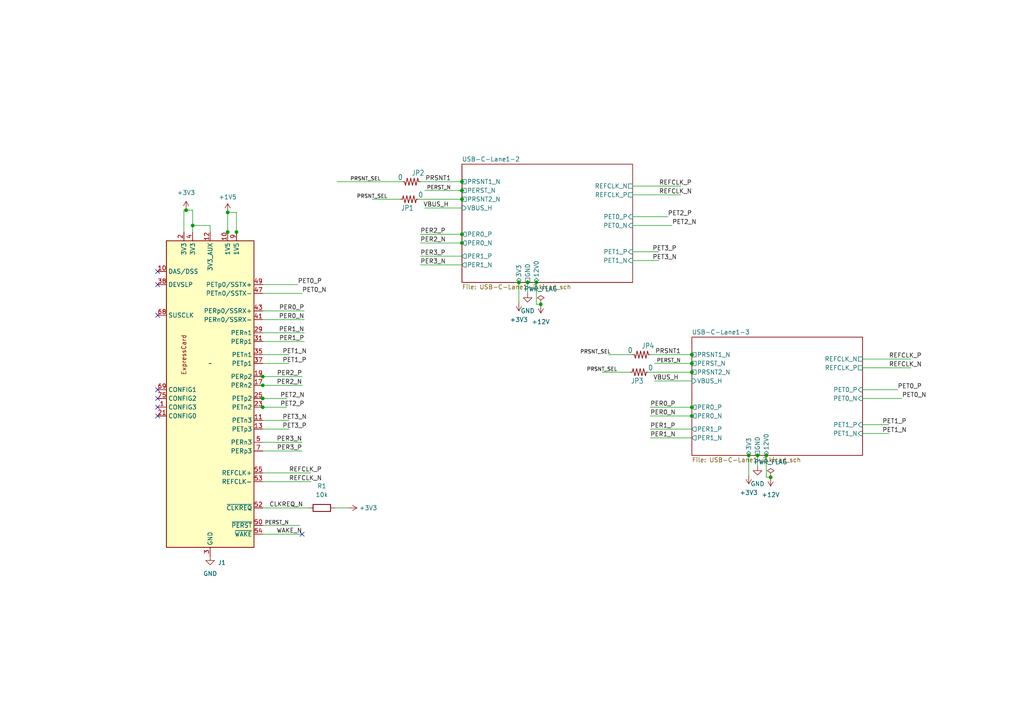
<source format=kicad_sch>
(kicad_sch (version 20230121) (generator eeschema)
  (paper "A4")
  (lib_symbols
    (symbol "Connector:M.2-key-M"
      (property "Reference" "J5" (at 2.1941 -57.785 0))
      (property "Value" "~" (at 0 0 0))
      (symbol "M.2-key-M_0_0"
        (text "ExpressCard" (at -7.62 2.54 900) (effects (font (size 1.27 1.27))))
      )
      (symbol "M.2-key-M_0_1"
        (rectangle (start -12.7 35.56) (end 12.7 -53.34) (stroke (width 0.254)) (fill (type background)))
      )
      (symbol "M.2-key-M_1_1"
        (pin input line (at -15.24 -12.7 0) (length 2.54) (name "CONFIG3") (number "1"))
        (pin power_out line (at 5.08 38.1 270) (length 2.54) (name "1V5") (number "10"))
        (pin output line (at -15.24 26.67 0) (length 2.54) (name "DAS/DSS") (number "10"))
        (pin output line (at 15.24 -16.51 180) (length 2.54) (name "PETn3") (number "11"))
        (pin power_out line (at -5.08 38.1 270) (length 2.54) hide (name "3V3") (number "12"))
        (pin power_out line (at 0 38.1 270) (length 2.54) (name "3V3_AUX") (number "12"))
        (pin input line (at 15.24 -19.05 180) (length 2.54) (name "PETp3") (number "13"))
        (pin power_out line (at -5.08 38.1 270) (length 2.54) hide (name "3V3") (number "14"))
        (pin passive line (at 0 -55.88 90) (length 2.54) hide (name "GND") (number "15"))
        (pin power_out line (at -5.08 38.1 270) (length 2.54) hide (name "3V3") (number "16"))
        (pin input line (at 15.24 -6.35 180) (length 2.54) (name "PERn2") (number "17"))
        (pin power_out line (at -5.08 38.1 270) (length 2.54) hide (name "3V3") (number "18"))
        (pin input line (at 15.24 -3.81 180) (length 2.54) (name "PERp2") (number "19"))
        (pin power_out line (at -7.62 38.1 270) (length 2.54) (name "3V3") (number "2"))
        (pin output line (at -15.24 -15.24 0) (length 2.54) (name "CONFIG0") (number "21"))
        (pin output line (at 15.24 -12.7 180) (length 2.54) (name "PETn2") (number "23"))
        (pin output line (at 15.24 -10.16 180) (length 2.54) (name "PETp2") (number "25"))
        (pin passive line (at 0 -55.88 90) (length 2.54) hide (name "GND") (number "27"))
        (pin input line (at 15.24 8.89 180) (length 2.54) (name "PERn1") (number "29"))
        (pin power_out line (at 0 -55.88 90) (length 2.54) (name "GND") (number "3"))
        (pin input line (at 15.24 6.35 180) (length 2.54) (name "PERp1") (number "31"))
        (pin passive line (at 0 -55.88 90) (length 2.54) hide (name "GND") (number "33"))
        (pin output line (at 15.24 2.54 180) (length 2.54) (name "PETn1") (number "35"))
        (pin output line (at 15.24 0 180) (length 2.54) (name "PETp1") (number "37"))
        (pin input line (at -15.24 22.86 0) (length 2.54) (name "DEVSLP") (number "38"))
        (pin passive line (at 0 -55.88 90) (length 2.54) hide (name "GND") (number "39"))
        (pin power_out line (at -5.08 38.1 270) (length 2.54) (name "3V3") (number "4"))
        (pin input line (at 15.24 12.7 180) (length 2.54) (name "PERn0/SSRX-") (number "41"))
        (pin input line (at 15.24 15.24 180) (length 2.54) (name "PERp0/SSRX+") (number "43"))
        (pin passive line (at 0 -55.88 90) (length 2.54) hide (name "GND") (number "45"))
        (pin output line (at 15.24 20.32 180) (length 2.54) (name "PETn0/SSTX-") (number "47"))
        (pin output line (at 15.24 22.86 180) (length 2.54) (name "PETp0/SSTX+") (number "49"))
        (pin input line (at 15.24 -22.86 180) (length 2.54) (name "PERn3") (number "5"))
        (pin output line (at 15.24 -46.99 180) (length 2.54) (name "~{PERST}") (number "50"))
        (pin input line (at 15.24 -41.91 180) (length 2.54) (name "~{CLKREQ}") (number "52"))
        (pin output line (at 15.24 -34.29 180) (length 2.54) (name "REFCLK-") (number "53"))
        (pin input line (at 15.24 -49.53 180) (length 2.54) (name "~{WAKE}") (number "54"))
        (pin output line (at 15.24 -31.75 180) (length 2.54) (name "REFCLK+") (number "55"))
        (pin passive line (at 0 -55.88 90) (length 2.54) hide (name "GND") (number "57"))
        (pin input line (at -15.24 13.97 0) (length 2.54) (name "SUSCLK") (number "68"))
        (pin output line (at -15.24 -7.62 0) (length 2.54) (name "CONFIG1") (number "69"))
        (pin input line (at 15.24 -25.4 180) (length 2.54) (name "PERp3") (number "7"))
        (pin output line (at -15.24 -10.16 0) (length 2.54) (name "CONFIG2") (number "75"))
        (pin power_out line (at 7.62 38.1 270) (length 2.54) (name "1V5") (number "9"))
        (pin passive line (at 0 -55.88 90) (length 2.54) hide (name "GND") (number "9"))
      )
    )
    (symbol "Device:R" (pin_numbers hide) (pin_names (offset 0))
      (property "Reference" "R" (at 2.032 0 90))
      (property "Value" "R" (at 0 0 90))
      (symbol "R_0_1"
        (rectangle (start -1.016 -2.54) (end 1.016 2.54) (stroke (width 0.254)))
      )
      (symbol "R_1_1"
        (pin passive line (at 0 3.81 270) (length 1.27) (name "~") (number "1"))
        (pin passive line (at 0 -3.81 90) (length 1.27) (name "~") (number "2"))
      )
    )
    (symbol "pcie2usbc-eagle-import:R-US_R0603"
      (property "Reference" "R" (at 2.54 1.27 0))
      (symbol "R-US_R0603_1_0"
        (polyline (pts (xy -1.016 -1.778) (xy 0 -2.032)) (stroke (width 0.2032)))
        (polyline (pts (xy -1.016 -0.762) (xy 1.016 -0.254)) (stroke (width 0.2032)))
        (polyline (pts (xy -1.016 0.254) (xy 1.016 0.762)) (stroke (width 0.2032)))
        (polyline (pts (xy -1.016 1.27) (xy 1.016 1.778)) (stroke (width 0.2032)))
        (polyline (pts (xy 0 -2.032) (xy 0 -2.54)) (stroke (width 0.2032)))
        (polyline (pts (xy 0 2.032) (xy 0 2.54)) (stroke (width 0.2032)))
        (polyline (pts (xy 1.016 -1.27) (xy -1.016 -1.778)) (stroke (width 0.2032)))
        (polyline (pts (xy 1.016 -1.27) (xy -1.016 -0.762)) (stroke (width 0.2032)))
        (polyline (pts (xy 1.016 -0.254) (xy -1.016 0.254)) (stroke (width 0.2032)))
        (polyline (pts (xy 1.016 0.762) (xy -1.016 1.27)) (stroke (width 0.2032)))
        (polyline (pts (xy 1.016 1.778) (xy 0 2.032)) (stroke (width 0.2032)))
        (pin passive line (at 0 -2.54 90) (length 0) (name "1") (number "1"))
        (pin passive line (at 0 2.54 270) (length 0) (name "2") (number "2"))
      )
    )
    (symbol "power:+12V" (power) (pin_names (offset 0))
      (property "Value" "+12V" (at 0 3.556 0))
      (symbol "+12V_0_1"
        (polyline (pts (xy -0.762 1.27) (xy 0 2.54)))
        (polyline (pts (xy 0 0) (xy 0 2.54)))
        (polyline (pts (xy 0 2.54) (xy 0.762 1.27)))
      )
      (symbol "+12V_1_1"
        (pin power_in line (at 0 0 90) (length 0) hide (name "+12V") (number "1"))
      )
    )
    (symbol "power:+1V5" (power) (pin_names (offset 0))
      (property "Value" "+1V5" (at 0 3.556 0))
      (symbol "+1V5_0_1"
        (polyline (pts (xy -0.762 1.27) (xy 0 2.54)))
        (polyline (pts (xy 0 0) (xy 0 2.54)))
        (polyline (pts (xy 0 2.54) (xy 0.762 1.27)))
      )
      (symbol "+1V5_1_1"
        (pin power_in line (at 0 0 90) (length 0) hide (name "+1V5") (number "1"))
      )
    )
    (symbol "power:+3V3" (power) (pin_names (offset 0))
      (property "Value" "+3V3" (at 0 3.556 0))
      (symbol "+3V3_0_1"
        (polyline (pts (xy -0.762 1.27) (xy 0 2.54)))
        (polyline (pts (xy 0 0) (xy 0 2.54)))
        (polyline (pts (xy 0 2.54) (xy 0.762 1.27)))
      )
      (symbol "+3V3_1_1"
        (pin power_in line (at 0 0 90) (length 0) hide (name "+3V3") (number "1"))
      )
    )
    (symbol "power:GND" (power) (pin_names (offset 0))
      (property "Value" "GND" (at 0 -3.81 0))
      (symbol "GND_0_1"
        (polyline (pts (xy 0 0) (xy 0 -1.27) (xy 1.27 -1.27) (xy 0 -2.54) (xy -1.27 -1.27) (xy 0 -1.27)))
      )
      (symbol "GND_1_1"
        (pin power_in line (at 0 0 270) (length 0) hide (name "GND") (number "1"))
      )
    )
    (symbol "power:PWR_FLAG" (power) (pin_numbers hide) (pin_names (offset 0) hide)
      (property "Value" "PWR_FLAG" (at 0 3.81 0))
      (symbol "PWR_FLAG_0_0"
        (pin power_out line (at 0 0 90) (length 0) (name "pwr") (number "1"))
      )
      (symbol "PWR_FLAG_0_1"
        (polyline (pts (xy 0 0) (xy 0 1.27) (xy -1.016 1.905) (xy 0 2.54) (xy 1.016 1.905) (xy 0 1.27)))
      )
    )
  )
  (junction (at 200.66 105.41))
  (junction (at 55.88 65.405))
  (junction (at 66.04 61.595))
  (junction (at 217.17 132.08))
  (junction (at 150.495 81.915))
  (junction (at 68.58 67.31))
  (junction (at 76.2 109.22))
  (junction (at 66.04 67.31))
  (junction (at 133.985 67.945))
  (junction (at 156.845 88.265))
  (junction (at 223.52 138.43))
  (junction (at 219.71 132.08))
  (junction (at 76.2 115.57))
  (junction (at 53.975 60.96))
  (junction (at 153.035 81.915))
  (junction (at 200.66 118.11))
  (junction (at 200.66 120.65))
  (junction (at 155.575 81.915))
  (junction (at 222.25 132.08))
  (junction (at 133.985 55.245))
  (junction (at 133.985 70.485))
  (junction (at 133.985 52.705))
  (junction (at 200.66 107.95))
  (junction (at 76.2 111.76))
  (junction (at 76.2 118.11))
  (junction (at 133.985 57.785))
  (junction (at 200.66 102.87))
  (no_connect (at 45.72 113.03))
  (no_connect (at 45.72 115.57))
  (no_connect (at 45.72 118.11))
  (no_connect (at 45.72 91.44))
  (no_connect (at 45.72 78.74))
  (no_connect (at 45.72 82.55))
  (no_connect (at 87.63 154.94))
  (no_connect (at 45.72 120.65))
  (wire (pts (xy 76.2 121.92) (xy 83.82 121.92)))
  (wire (pts (xy 250.19 123.19) (xy 257.81 123.19)))
  (wire (pts (xy 116.84 52.705) (xy 97.79 52.705)) (stroke (width 0.1524)))
  (wire (pts (xy 134.62 55.245) (xy 133.985 55.245)))
  (wire (pts (xy 76.2 105.41) (xy 83.82 105.41)))
  (wire (pts (xy 183.515 65.405) (xy 194.945 65.405)))
  (wire (pts (xy 76.2 90.17) (xy 88.265 90.17)))
  (wire (pts (xy 201.295 105.41) (xy 200.66 105.41)))
  (wire (pts (xy 133.985 70.485) (xy 121.92 70.485)))
  (wire (pts (xy 250.19 113.03) (xy 260.35 113.03)))
  (wire (pts (xy 121.92 74.295) (xy 133.985 74.295)))
  (wire (pts (xy 183.515 75.565) (xy 191.135 75.565)))
  (wire (pts (xy 188.595 124.46) (xy 200.66 124.46)))
  (wire (pts (xy 60.96 65.405) (xy 60.96 67.31)))
  (wire (pts (xy 133.985 55.245) (xy 123.19 55.245)))
  (wire (pts (xy 155.575 81.915) (xy 155.575 88.265)))
  (wire (pts (xy 174.625 107.95) (xy 182.88 107.95)))
  (wire (pts (xy 264.16 106.68) (xy 250.19 106.68)))
  (wire (pts (xy 76.2 92.71) (xy 88.265 92.71)))
  (wire (pts (xy 176.53 102.87) (xy 183.515 102.87)))
  (wire (pts (xy 53.34 60.96) (xy 53.975 60.96)))
  (wire (pts (xy 107.95 57.785) (xy 116.205 57.785)))
  (wire (pts (xy 76.2 111.76) (xy 75.565 111.76)))
  (wire (pts (xy 197.485 56.515) (xy 183.515 56.515)))
  (wire (pts (xy 90.17 137.16) (xy 76.2 137.16)))
  (wire (pts (xy 121.285 57.785) (xy 133.985 57.785)))
  (wire (pts (xy 153.035 81.28) (xy 153.035 81.915)))
  (wire (pts (xy 150.495 81.28) (xy 150.495 81.915)))
  (wire (pts (xy 87.63 109.22) (xy 76.2 109.22)))
  (wire (pts (xy 55.88 67.31) (xy 55.88 65.405)))
  (wire (pts (xy 201.295 120.65) (xy 200.66 120.65)))
  (wire (pts (xy 200.66 105.41) (xy 189.865 105.41)))
  (wire (pts (xy 222.25 132.08) (xy 222.25 138.43)))
  (wire (pts (xy 66.04 67.31) (xy 66.04 61.595)))
  (wire (pts (xy 97.155 147.32) (xy 100.965 147.32)))
  (wire (pts (xy 219.71 131.445) (xy 219.71 132.08)))
  (wire (pts (xy 134.62 67.945) (xy 133.985 67.945)))
  (wire (pts (xy 76.2 154.94) (xy 87.63 154.94)))
  (wire (pts (xy 133.985 57.785) (xy 134.62 57.785)))
  (wire (pts (xy 90.17 139.7) (xy 76.2 139.7)))
  (wire (pts (xy 219.71 132.08) (xy 219.71 135.255)))
  (wire (pts (xy 66.04 61.595) (xy 68.58 61.595)))
  (wire (pts (xy 76.2 85.09) (xy 87.63 85.09)))
  (wire (pts (xy 264.16 104.14) (xy 250.19 104.14)))
  (wire (pts (xy 76.2 109.22) (xy 75.565 109.22)))
  (wire (pts (xy 200.66 102.87) (xy 201.295 102.87)))
  (wire (pts (xy 153.035 81.915) (xy 153.035 85.09)))
  (wire (pts (xy 55.88 65.405) (xy 60.96 65.405)))
  (wire (pts (xy 76.2 102.87) (xy 83.82 102.87)))
  (wire (pts (xy 201.295 118.11) (xy 200.66 118.11)))
  (wire (pts (xy 250.19 115.57) (xy 261.62 115.57)))
  (wire (pts (xy 76.2 115.57) (xy 83.185 115.57)))
  (wire (pts (xy 200.66 118.11) (xy 188.595 118.11)))
  (wire (pts (xy 76.2 118.11) (xy 83.185 118.11)))
  (wire (pts (xy 222.25 138.43) (xy 223.52 138.43)))
  (wire (pts (xy 188.595 127) (xy 200.66 127)))
  (wire (pts (xy 250.19 125.73) (xy 257.81 125.73)))
  (wire (pts (xy 75.565 115.57) (xy 76.2 115.57)))
  (wire (pts (xy 189.865 110.49) (xy 200.66 110.49)))
  (wire (pts (xy 68.58 61.595) (xy 68.58 67.31)))
  (wire (pts (xy 86.995 152.4) (xy 76.2 152.4)))
  (wire (pts (xy 155.575 81.28) (xy 155.575 81.915)))
  (wire (pts (xy 187.96 107.95) (xy 200.66 107.95)))
  (wire (pts (xy 133.985 52.705) (xy 134.62 52.705)))
  (wire (pts (xy 76.2 82.55) (xy 86.36 82.55)))
  (wire (pts (xy 150.495 81.915) (xy 150.495 87.63)))
  (wire (pts (xy 155.575 88.265) (xy 156.845 88.265)))
  (wire (pts (xy 121.92 52.705) (xy 133.985 52.705)))
  (wire (pts (xy 76.2 124.46) (xy 83.82 124.46)))
  (wire (pts (xy 76.2 147.32) (xy 89.535 147.32)))
  (wire (pts (xy 121.92 76.835) (xy 133.985 76.835)))
  (wire (pts (xy 217.17 131.445) (xy 217.17 132.08)))
  (wire (pts (xy 75.565 118.11) (xy 76.2 118.11)))
  (wire (pts (xy 188.595 102.87) (xy 200.66 102.87)))
  (wire (pts (xy 55.88 60.96) (xy 53.975 60.96)))
  (wire (pts (xy 183.515 62.865) (xy 193.675 62.865)))
  (wire (pts (xy 66.04 67.945) (xy 66.04 67.31)))
  (wire (pts (xy 55.88 65.405) (xy 55.88 60.96)))
  (wire (pts (xy 88.265 99.06) (xy 76.2 99.06)))
  (wire (pts (xy 200.66 120.65) (xy 188.595 120.65)))
  (wire (pts (xy 222.25 131.445) (xy 222.25 132.08)))
  (wire (pts (xy 87.63 128.27) (xy 76.2 128.27)))
  (wire (pts (xy 88.265 96.52) (xy 76.2 96.52)))
  (wire (pts (xy 197.485 53.975) (xy 183.515 53.975)))
  (wire (pts (xy 200.66 107.95) (xy 201.295 107.95)))
  (wire (pts (xy 133.985 67.945) (xy 121.92 67.945)))
  (wire (pts (xy 53.34 67.31) (xy 53.34 60.96)))
  (wire (pts (xy 123.19 60.325) (xy 133.985 60.325)))
  (wire (pts (xy 87.63 111.76) (xy 76.2 111.76)))
  (wire (pts (xy 217.17 132.08) (xy 217.17 137.795)))
  (wire (pts (xy 68.58 67.945) (xy 68.58 67.31)))
  (wire (pts (xy 134.62 70.485) (xy 133.985 70.485)))
  (wire (pts (xy 87.63 130.81) (xy 76.2 130.81)))
  (wire (pts (xy 183.515 73.025) (xy 191.135 73.025)))
  (label "PET0_N" (at 87.63 85.09 0))
  (label "PER0_P" (at 188.595 118.11 0))
  (label "WAKE_N" (at 87.63 154.94 180))
  (label "PET2_N" (at 194.945 65.405 0))
  (label "REFCLK_P" (at 83.82 137.16 0))
  (label "PET2_P" (at 81.28 118.11 0))
  (label "PER1_N" (at 188.595 127 0))
  (label "PERST_N" (at 83.82 152.4 180) (effects (font (size 1.0668 1.0668))))
  (label "PET2_P" (at 193.675 62.865 0))
  (label "PER3_P" (at 87.63 130.81 180))
  (label "PET3_N" (at 189.23 75.565 0))
  (label "REFCLK_P" (at 257.81 104.14 0))
  (label "PRSNT_SEL" (at 112.395 57.785 180) (effects (font (size 1.0668 1.0668))))
  (label "PET0_P" (at 260.35 113.03 0))
  (label "PET0_P" (at 86.36 82.55 0))
  (label "PRSNT_SEL" (at 177.165 102.87 180) (effects (font (size 1.0668 1.0668))))
  (label "REFCLK_N" (at 257.81 106.68 0))
  (label "PER2_N" (at 87.63 111.76 180))
  (label "VBUS_H" (at 196.85 110.49 180))
  (label "PET1_P" (at 81.915 105.41 0))
  (label "VBUS_H" (at 130.175 60.325 180))
  (label "PER2_N" (at 121.92 70.485 0))
  (label "PRSNT_SEL" (at 179.07 107.95 180) (effects (font (size 1.0668 1.0668))))
  (label "PER1_P" (at 188.595 124.46 0))
  (label "PER0_N" (at 88.265 92.71 180))
  (label "CLKREQ_N" (at 78.105 147.32 0))
  (label "PET3_N" (at 81.915 121.92 0))
  (label "REFCLK_P" (at 191.135 53.975 0))
  (label "PER3_N" (at 121.92 76.835 0))
  (label "PRSNT1" (at 130.81 52.705 180))
  (label "PET1_N" (at 255.905 125.73 0))
  (label "REFCLK_N" (at 83.82 139.7 0))
  (label "PRSNT1" (at 197.485 102.87 180))
  (label "PET1_N" (at 81.915 102.87 0))
  (label "PER2_P" (at 121.92 67.945 0))
  (label "REFCLK_N" (at 191.135 56.515 0))
  (label "PER0_P" (at 88.265 90.17 180))
  (label "PER3_P" (at 121.92 74.295 0))
  (label "PER0_N" (at 188.595 120.65 0))
  (label "PERST_N" (at 130.81 55.245 180) (effects (font (size 1.0668 1.0668))))
  (label "PRSNT_SEL" (at 110.49 52.705 180) (effects (font (size 1.0668 1.0668))))
  (label "PER3_N" (at 87.63 128.27 180))
  (label "PET1_P" (at 255.905 123.19 0))
  (label "PET3_P" (at 189.23 73.025 0))
  (label "PERST_N" (at 197.485 105.41 180) (effects (font (size 1.0668 1.0668))))
  (label "PET0_N" (at 261.62 115.57 0))
  (label "PER1_N" (at 88.265 96.52 180))
  (label "PER1_P" (at 88.265 99.06 180))
  (label "PER2_P" (at 87.63 109.22 180))
  (label "PET2_N" (at 81.28 115.57 0))
  (label "PET3_P" (at 81.915 124.46 0))
  (symbol (lib_id "Device:R") (at 93.345 147.32 90) (unit 1)
    (property "Reference" "R1" (at 93.345 140.97 90))
    (property "Value" "10k" (at 93.345 143.51 90))
    (property "Footprint" "Resistor_SMD:R_0201_0603Metric_Pad0.64x0.40mm_HandSolder" (effects hide))
  )
  (symbol (lib_id "power:PWR_FLAG") (at 223.52 138.43 0) (unit 1)
    (property "Reference" "#FLG02" (effects hide))
    (property "Value" "PWR_FLAG" (at 223.52 133.985 0))
  )
  (symbol (lib_id "Connector:M.2-key-M") (at 60.96 105.41 0) (unit 1)
    (property "Reference" "J1" (at 63.1541 163.195 0) (effects (justify left)))
    (property "Value" "~" (at 60.96 105.41 0))
    (property "Footprint" "mpcie:mpcie-full-card" (effects hide))
  )
  (symbol (lib_id "power:+12V") (at 223.52 138.43 0) (mirror x) (unit 1)
    (property "Reference" "#PWR010" (effects hide))
    (property "Value" "+12V" (at 223.52 143.51 0))
  )
  (symbol (lib_id "power:+12V") (at 156.845 88.265 0) (mirror x) (unit 1)
    (property "Reference" "#PWR07" (effects hide))
    (property "Value" "+12V" (at 156.845 93.345 0))
  )
  (symbol (lib_id "power:+1V5") (at 66.04 61.595 0) (unit 1)
    (property "Reference" "#PWR03" (effects hide))
    (property "Value" "+1V5" (at 66.04 57.15 0))
  )
  (symbol (lib_id "power:GND") (at 60.96 161.29 0) (unit 1)
    (property "Reference" "#PWR02" (effects hide))
    (property "Value" "GND" (at 60.96 166.37 0))
  )
  (symbol (lib_id "power:GND") (at 219.71 135.255 0) (unit 1)
    (property "Reference" "#PWR09" (effects hide))
    (property "Value" "GND" (at 219.71 140.335 0))
  )
  (symbol (lib_id "pcie2usbc-eagle-import:R-US_R0603") (at 118.745 57.785 270) (unit 1)
    (property "Reference" "JP1" (at 120.015 60.325 90) (effects (font (size 1.524 1.2954)) (justify right)))
    (property "Value" "0" (at 121.285 56.515 90) (effects (font (size 1.524 1.2954)) (justify left)))
    (property "Footprint" "Resistor_SMD:R_0402_1005Metric_Pad0.72x0.64mm_HandSolder" (effects hide))
  )
  (symbol (lib_id "power:+3V3") (at 100.965 147.32 270) (unit 1)
    (property "Reference" "#PWR04" (effects hide))
    (property "Value" "+3V3" (at 104.14 147.32 90) (effects (justify left)))
  )
  (symbol (lib_id "pcie2usbc-eagle-import:R-US_R0603") (at 119.38 52.705 90) (mirror x) (unit 1)
    (property "Reference" "JP2" (at 119.38 50.165 90) (effects (font (size 1.524 1.2954)) (justify right)))
    (property "Value" "0" (at 116.84 51.435 90) (effects (font (size 1.524 1.2954)) (justify left)))
    (property "Footprint" "Resistor_SMD:R_0402_1005Metric_Pad0.72x0.64mm_HandSolder" (effects hide))
  )
  (symbol (lib_id "power:PWR_FLAG") (at 156.845 88.265 0) (unit 1)
    (property "Reference" "#FLG01" (effects hide))
    (property "Value" "PWR_FLAG" (at 156.845 83.82 0))
  )
  (symbol (lib_id "power:GND") (at 153.035 85.09 0) (unit 1)
    (property "Reference" "#PWR06" (effects hide))
    (property "Value" "GND" (at 153.035 90.17 0))
  )
  (symbol (lib_id "pcie2usbc-eagle-import:R-US_R0603") (at 186.055 102.87 90) (mirror x) (unit 1)
    (property "Reference" "JP4" (at 186.055 100.33 90) (effects (font (size 1.524 1.2954)) (justify right)))
    (property "Value" "0" (at 183.515 101.6 90) (effects (font (size 1.524 1.2954)) (justify left)))
    (property "Footprint" "Resistor_SMD:R_0402_1005Metric_Pad0.72x0.64mm_HandSolder" (effects hide))
  )
  (symbol (lib_id "power:+3V3") (at 217.17 137.795 0) (mirror x) (unit 1)
    (property "Reference" "#PWR08" (effects hide))
    (property "Value" "+3V3" (at 217.17 142.875 0))
  )
  (symbol (lib_id "pcie2usbc-eagle-import:R-US_R0603") (at 185.42 107.95 270) (unit 1)
    (property "Reference" "JP3" (at 186.69 110.49 90) (effects (font (size 1.524 1.2954)) (justify right)))
    (property "Value" "0" (at 187.96 106.68 90) (effects (font (size 1.524 1.2954)) (justify left)))
    (property "Footprint" "Resistor_SMD:R_0402_1005Metric_Pad0.72x0.64mm_HandSolder" (effects hide))
  )
  (symbol (lib_id "power:+3V3") (at 150.495 87.63 0) (mirror x) (unit 1)
    (property "Reference" "#PWR05" (effects hide))
    (property "Value" "+3V3" (at 150.495 92.71 0))
  )
  (symbol (lib_id "power:+3V3") (at 53.975 60.96 0) (unit 1)
    (property "Reference" "#PWR01" (effects hide))
    (property "Value" "+3V3" (at 53.975 55.88 0))
  )
  (sheet (at 200.66 97.79) (size 49.53 34.29) (stroke (width 0.1524))
    (property "Sheetname" "USB-C-Lane1-3" (at 200.66 97.0784 0) (effects (justify left bottom)))
    (property "Sheetfile" "USB-C-Lane1-2.kicad_sch" (at 200.66 132.6646 0) (effects (justify left top)))
    (pin "PRSNT1_N" passive (at 200.66 102.87 180))
    (pin "PERST_N" passive (at 200.66 105.41 180))
    (pin "PRSNT2_N" passive (at 200.66 107.95 180))
    (pin "VBUS_H" input (at 200.66 110.49 180))
    (pin "GND" passive (at 219.71 132.08 270))
    (pin "3V3" bidirectional (at 217.17 132.08 270))
    (pin "12V0" bidirectional (at 222.25 132.08 270))
    (pin "PER1_P" output (at 200.66 124.46 180))
    (pin "PER0_N" output (at 200.66 120.65 180))
    (pin "PER0_P" output (at 200.66 118.11 180))
    (pin "PER1_N" output (at 200.66 127 180))
    (pin "REFCLK_N" passive (at 250.19 104.14 0))
    (pin "PET1_P" input (at 250.19 123.19 0))
    (pin "PET1_N" input (at 250.19 125.73 0))
    (pin "REFCLK_P" passive (at 250.19 106.68 0))
    (pin "PET0_N" input (at 250.19 115.57 0))
    (pin "PET0_P" input (at 250.19 113.03 0))
  )
  (sheet (at 133.985 47.625) (size 49.53 34.29) (stroke (width 0.1524))
    (property "Sheetname" "USB-C-Lane1-2" (at 133.985 46.9134 0) (effects (justify left bottom)))
    (property "Sheetfile" "USB-C-Lane1-2.kicad_sch" (at 133.985 82.4996 0) (effects (justify left top)))
    (pin "PRSNT1_N" passive (at 133.985 52.705 180))
    (pin "PERST_N" passive (at 133.985 55.245 180))
    (pin "PRSNT2_N" passive (at 133.985 57.785 180))
    (pin "VBUS_H" input (at 133.985 60.325 180))
    (pin "GND" passive (at 153.035 81.915 270))
    (pin "3V3" bidirectional (at 150.495 81.915 270))
    (pin "12V0" bidirectional (at 155.575 81.915 270))
    (pin "PER1_P" output (at 133.985 74.295 180))
    (pin "PER0_N" output (at 133.985 70.485 180))
    (pin "PER0_P" output (at 133.985 67.945 180))
    (pin "PER1_N" output (at 133.985 76.835 180))
    (pin "REFCLK_N" passive (at 183.515 53.975 0))
    (pin "PET1_P" input (at 183.515 73.025 0))
    (pin "PET1_N" input (at 183.515 75.565 0))
    (pin "REFCLK_P" passive (at 183.515 56.515 0))
    (pin "PET0_N" input (at 183.515 65.405 0))
    (pin "PET0_P" input (at 183.515 62.865 0))
  )
)
</source>
